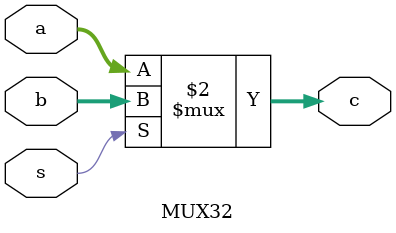
<source format=v>
module MUX32 (
    input [31:0] a, b,
    input s,
    output [31:0] c
);
    assign c = ( s == 1'b0 ) ? a : b;
endmodule
</source>
